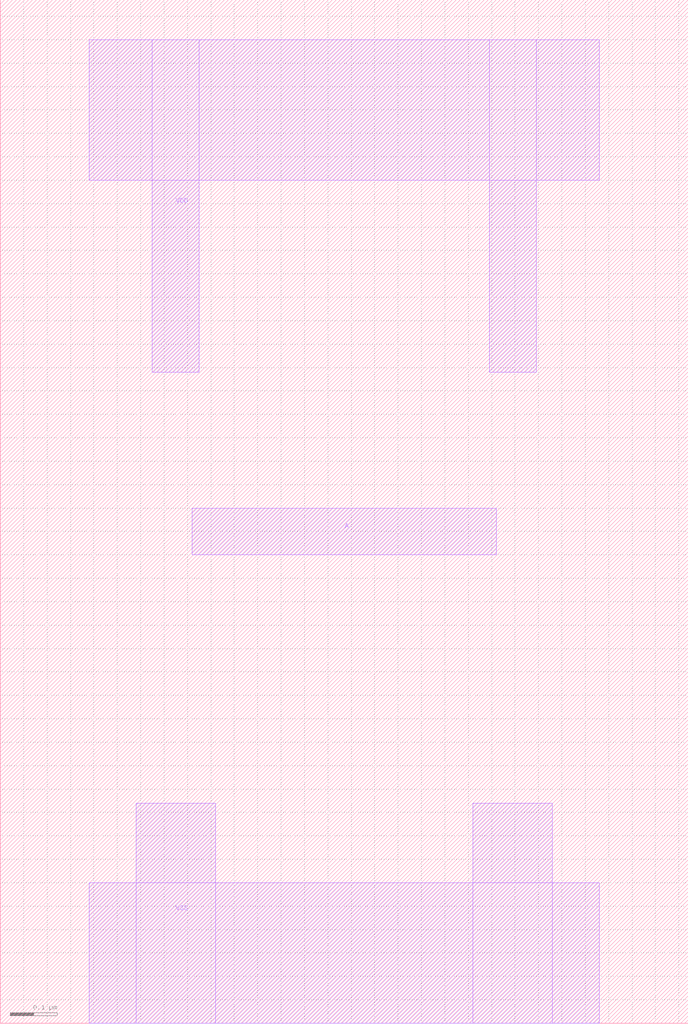
<source format=lef>
VERSION 5.7 ;
BUSBITCHARS "[]" ;
DIVIDERCHAR "/" ;

PROPERTYDEFINITIONS
  MACRO CatenaDesignType STRING ;
END PROPERTYDEFINITIONS

MACRO DLY_CAP_X1
  CLASS CORE ;
  ORIGIN 0 0 ;
  FOREIGN DLY_CAP_X1 0 0 ;
  SIZE 1.47 BY 2.185 ;
  SYMMETRY X Y ;
  SITE CoreSite ;
  PIN VSS
    DIRECTION INOUT ;
    USE GROUND ;
    PORT
      LAYER M1 ;
        RECT 0.19 0 1.28 0.3 ;
        RECT 1.01 0 1.18 0.47 ;
        RECT 0.29 0 0.46 0.47 ;
    END
  END VSS
  PIN A
    DIRECTION INPUT ;
    USE SIGNAL ;
    PORT
      LAYER M1 ;
        RECT 0.41 1 1.06 1.1 ;
    END
  END A
  PIN VDD
    DIRECTION INOUT ;
    USE POWER ;
    PORT
      LAYER M1 ;
        RECT 0.19 1.8 1.28 2.1 ;
        RECT 1.045 1.39 1.145 2.1 ;
        RECT 0.325 1.39 0.425 2.1 ;
    END
  END VDD
  PROPERTY CatenaDesignType "deviceLevel" ;
END DLY_CAP_X1

MACRO DLY_CAP_X2
  CLASS CORE ;
  ORIGIN 0 0 ;
  FOREIGN DLY_CAP_X2 0 0 ;
  SIZE 1.47 BY 2.185 ;
  SYMMETRY X Y ;
  SITE CoreSite ;
  PIN VSS
    DIRECTION INOUT ;
    USE GROUND ;
    PORT
      LAYER M1 ;
        RECT 0.19 0 1.28 0.3 ;
        RECT 1.01 0 1.18 0.47 ;
        RECT 0.29 0 0.46 0.47 ;
    END
  END VSS
  PIN A
    DIRECTION INPUT ;
    USE SIGNAL ;
    PORT
      LAYER M1 ;
        RECT 0.41 1 1.06 1.1 ;
    END
  END A
  PIN VDD
    DIRECTION INOUT ;
    USE POWER ;
    PORT
      LAYER M1 ;
        RECT 0.19 1.8 1.28 2.1 ;
        RECT 1.045 1.39 1.145 2.1 ;
        RECT 0.325 1.39 0.425 2.1 ;
    END
  END VDD
  PROPERTY CatenaDesignType "deviceLevel" ;
END DLY_CAP_X2

MACRO DLY_CAP_X4
  CLASS CORE ;
  ORIGIN 0 0 ;
  FOREIGN DLY_CAP_X4 0 0 ;
  SIZE 1.47 BY 2.185 ;
  SYMMETRY X Y ;
  SITE CoreSite ;
  PIN VSS
    DIRECTION INOUT ;
    USE GROUND ;
    PORT
      LAYER M1 ;
        RECT 0.19 0 1.28 0.3 ;
        RECT 1.01 0 1.18 0.47 ;
        RECT 0.29 0 0.46 0.47 ;
    END
  END VSS
  PIN A
    DIRECTION INPUT ;
    USE SIGNAL ;
    PORT
      LAYER M1 ;
        RECT 0.41 1 1.06 1.1 ;
    END
  END A
  PIN VDD
    DIRECTION INOUT ;
    USE POWER ;
    PORT
      LAYER M1 ;
        RECT 0.19 1.8 1.28 2.1 ;
        RECT 1.045 1.39 1.145 2.1 ;
        RECT 0.325 1.39 0.425 2.1 ;
    END
  END VDD
  PROPERTY CatenaDesignType "deviceLevel" ;
END DLY_CAP_X4

MACRO DLY_CAP_X8
  CLASS CORE ;
  ORIGIN 0 0 ;
  FOREIGN DLY_CAP_X8 0 0 ;
  SIZE 1.47 BY 2.185 ;
  SYMMETRY X Y ;
  SITE CoreSite ;
  PIN VSS
    DIRECTION INOUT ;
    USE GROUND ;
    PORT
      LAYER M1 ;
        RECT 0.19 0 1.28 0.3 ;
        RECT 1.01 0 1.18 0.47 ;
        RECT 0.29 0 0.46 0.47 ;
    END
  END VSS
  PIN A
    DIRECTION INPUT ;
    USE SIGNAL ;
    PORT
      LAYER M1 ;
        RECT 0.41 1 1.06 1.1 ;
    END
  END A
  PIN VDD
    DIRECTION INOUT ;
    USE POWER ;
    PORT
      LAYER M1 ;
        RECT 0.19 1.8 1.28 2.1 ;
        RECT 1.045 1.39 1.145 2.1 ;
        RECT 0.325 1.39 0.425 2.1 ;
    END
  END VDD
  PROPERTY CatenaDesignType "deviceLevel" ;
END DLY_CAP_X8

END LIBRARY

</source>
